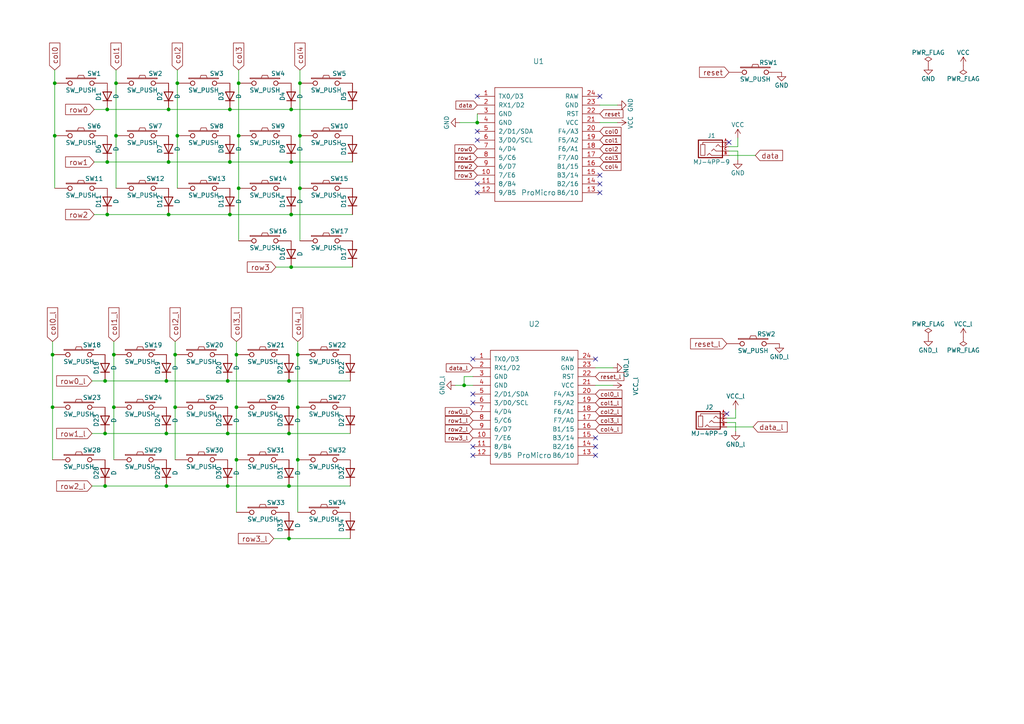
<source format=kicad_sch>
(kicad_sch (version 20231120) (generator "eeschema") (generator_version "8.0")
  (paper "A4")
  (title_block (title "sweeq mx") (date "2023-07-28") (rev ".1") (company "idank"))
  (lib_symbols
    (symbol "Device:D" (pin_numbers hide) (pin_names (offset 1.016) hide)
      (property "Reference" "D" (at 0 2.54 0))
      (property "Value" "D" (at 0 -2.54 0))
      (symbol "D_0_1"
        (polyline (pts (xy -1.27 1.27) (xy -1.27 -1.27)) (stroke (width 0.254)))
        (polyline (pts (xy 1.27 0) (xy -1.27 0)))
        (polyline (pts (xy 1.27 1.27) (xy 1.27 -1.27) (xy -1.27 0) (xy 1.27 1.27)) (stroke (width 0.254)))
      )
      (symbol "D_1_1"
        (pin passive line (at -3.81 0 0) (length 2.54) (name "K") (number "1"))
        (pin passive line (at 3.81 0 180) (length 2.54) (name "A") (number "2"))
      )
    )
    (symbol "kbd:MJ-4PP-9" (pin_names (offset 1.016))
      (property "Reference" "J" (at 0 3.81 0))
      (property "Value" "MJ-4PP-9" (at 0 -3.81 0))
      (symbol "MJ-4PP-9_0_1"
        (rectangle (start -1.905 -1.905) (end -3.175 1.27))
        (polyline (pts (xy -2.54 1.27) (xy -2.54 1.905) (xy 3.175 1.905)))
        (polyline (pts (xy -1.27 -1.905) (xy -0.635 -1.27) (xy 0 -1.905) (xy 3.175 -1.905)))
        (polyline (pts (xy 0 -0.635) (xy 0.635 0) (xy 1.27 -0.635) (xy 3.175 -0.635)))
        (polyline (pts (xy 1.27 0.635) (xy 1.905 1.27) (xy 2.54 0.635) (xy 3.175 0.635)))
        (rectangle (start 3.175 2.54) (end -3.81 -2.54) (stroke (width 0.3048)))
      )
      (symbol "MJ-4PP-9_1_1"
        (pin input line (at 5.08 1.905 180) (length 2.0066) (name "~") (number "A"))
        (pin input line (at 5.08 -1.905 180) (length 2.0066) (name "~") (number "B"))
        (pin input line (at 5.08 -0.635 180) (length 2.0066) (name "~") (number "C"))
        (pin input line (at 5.08 0.635 180) (length 2.0066) (name "~") (number "D"))
      )
    )
    (symbol "kbd:ProMicro" (pin_names (offset 1.016))
      (property "Reference" "U" (at 0 19.05 0))
      (property "Value" "ProMicro" (at 0 -19.05 0))
      (symbol "ProMicro_0_1"
        (rectangle (start -12.7 16.51) (end 12.7 -16.51))
      )
      (symbol "ProMicro_1_1"
        (pin bidirectional line (at -17.78 13.97 0) (length 5.08) (name "TX0/D3") (number "1"))
        (pin bidirectional line (at -17.78 -8.89 0) (length 5.08) (name "7/E6") (number "10"))
        (pin bidirectional line (at -17.78 -11.43 0) (length 5.08) (name "8/B4") (number "11"))
        (pin bidirectional line (at -17.78 -13.97 0) (length 5.08) (name "9/B5") (number "12"))
        (pin bidirectional line (at 17.78 -13.97 180) (length 5.08) (name "B6/10") (number "13"))
        (pin bidirectional line (at 17.78 -11.43 180) (length 5.08) (name "B2/16") (number "14"))
        (pin bidirectional line (at 17.78 -8.89 180) (length 5.08) (name "B3/14") (number "15"))
        (pin bidirectional line (at 17.78 -6.35 180) (length 5.08) (name "B1/15") (number "16"))
        (pin bidirectional line (at 17.78 -3.81 180) (length 5.08) (name "F7/A0") (number "17"))
        (pin bidirectional line (at 17.78 -1.27 180) (length 5.08) (name "F6/A1") (number "18"))
        (pin bidirectional line (at 17.78 1.27 180) (length 5.08) (name "F5/A2") (number "19"))
        (pin bidirectional line (at -17.78 11.43 0) (length 5.08) (name "RX1/D2") (number "2"))
        (pin bidirectional line (at 17.78 3.81 180) (length 5.08) (name "F4/A3") (number "20"))
        (pin power_in line (at 17.78 6.35 180) (length 5.08) (name "VCC") (number "21"))
        (pin input line (at 17.78 8.89 180) (length 5.08) (name "RST") (number "22"))
        (pin power_in line (at 17.78 11.43 180) (length 5.08) (name "GND") (number "23"))
        (pin power_out line (at 17.78 13.97 180) (length 5.08) (name "RAW") (number "24"))
        (pin power_in line (at -17.78 8.89 0) (length 5.08) (name "GND") (number "3"))
        (pin power_in line (at -17.78 6.35 0) (length 5.08) (name "GND") (number "4"))
        (pin bidirectional line (at -17.78 3.81 0) (length 5.08) (name "2/D1/SDA") (number "5"))
        (pin bidirectional line (at -17.78 1.27 0) (length 5.08) (name "3/D0/SCL") (number "6"))
        (pin bidirectional line (at -17.78 -1.27 0) (length 5.08) (name "4/D4") (number "7"))
        (pin bidirectional line (at -17.78 -3.81 0) (length 5.08) (name "5/C6") (number "8"))
        (pin bidirectional line (at -17.78 -6.35 0) (length 5.08) (name "6/D7") (number "9"))
      )
    )
    (symbol "kbd:SW_PUSH" (pin_numbers hide) (pin_names (offset 1.016) hide)
      (property "Reference" "SW" (at 3.81 2.794 0))
      (property "Value" "SW_PUSH" (at 0 -2.032 0))
      (symbol "SW_PUSH_0_1"
        (rectangle (start -4.318 1.27) (end 4.318 1.524))
        (polyline (pts (xy -1.016 1.524) (xy -0.762 2.286) (xy 0.762 2.286) (xy 1.016 1.524)))
        (pin passive inverted (at -7.62 0 0) (length 5.08) (name "1") (number "1"))
        (pin passive inverted (at 7.62 0 180) (length 5.08) (name "2") (number "2"))
      )
    )
    (symbol "power:GND" (power) (pin_names (offset 0))
      (property "Value" "GND" (at 0 -3.81 0))
      (symbol "GND_0_1"
        (polyline (pts (xy 0 0) (xy 0 -1.27) (xy 1.27 -1.27) (xy 0 -2.54) (xy -1.27 -1.27) (xy 0 -1.27)))
      )
      (symbol "GND_1_1"
        (pin power_in line (at 0 0 270) (length 0) hide (name "GND") (number "1"))
      )
    )
    (symbol "power:PWR_FLAG" (power) (pin_numbers hide) (pin_names (offset 0) hide)
      (property "Value" "PWR_FLAG" (at 0 3.81 0))
      (symbol "PWR_FLAG_0_0"
        (pin power_out line (at 0 0 90) (length 0) (name "pwr") (number "1"))
      )
      (symbol "PWR_FLAG_0_1"
        (polyline (pts (xy 0 0) (xy 0 1.27) (xy -1.016 1.905) (xy 0 2.54) (xy 1.016 1.905) (xy 0 1.27)))
      )
    )
    (symbol "power:VCC" (power) (pin_names (offset 0))
      (property "Value" "VCC" (at 0 3.81 0))
      (symbol "VCC_0_1"
        (polyline (pts (xy -0.762 1.27) (xy 0 2.54)))
        (polyline (pts (xy 0 0) (xy 0 2.54)))
        (polyline (pts (xy 0 2.54) (xy 0.762 1.27)))
      )
      (symbol "VCC_1_1"
        (pin power_in line (at 0 0 90) (length 0) hide (name "VCC") (number "1"))
      )
    )
  )
  (junction (at 86.36 102.87))
  (junction (at 48.895 31.75))
  (junction (at 48.895 62.23))
  (junction (at 84.455 77.47))
  (junction (at 15.24 102.87))
  (junction (at 33.655 39.37))
  (junction (at 15.875 39.37))
  (junction (at 15.875 24.13))
  (junction (at 69.215 54.61))
  (junction (at 48.26 125.73))
  (junction (at 15.24 118.11))
  (junction (at 83.82 125.73))
  (junction (at 31.115 46.99))
  (junction (at 50.8 102.87))
  (junction (at 86.36 133.35))
  (junction (at 30.48 140.97))
  (junction (at 86.36 118.11))
  (junction (at 33.655 24.13))
  (junction (at 48.26 140.97))
  (junction (at 30.48 125.73))
  (junction (at 138.43 35.56))
  (junction (at 83.82 156.21))
  (junction (at 51.435 39.37))
  (junction (at 83.82 110.49))
  (junction (at 84.455 31.75))
  (junction (at 86.995 24.13))
  (junction (at 84.455 62.23))
  (junction (at 33.02 118.11))
  (junction (at 69.215 24.13))
  (junction (at 68.58 133.35))
  (junction (at 134.62 111.76))
  (junction (at 66.675 62.23))
  (junction (at 83.82 140.97))
  (junction (at 84.455 46.99))
  (junction (at 66.675 46.99))
  (junction (at 31.115 31.75))
  (junction (at 69.215 39.37))
  (junction (at 66.04 125.73))
  (junction (at 68.58 118.11))
  (junction (at 66.04 140.97))
  (junction (at 68.58 102.87))
  (junction (at 30.48 110.49))
  (junction (at 51.435 24.13))
  (junction (at 50.8 118.11))
  (junction (at 48.26 110.49))
  (junction (at 86.995 54.61))
  (junction (at 66.04 110.49))
  (junction (at 31.115 62.23))
  (junction (at 66.675 31.75))
  (junction (at 86.995 39.37))
  (junction (at 48.895 46.99))
  (junction (at 33.02 102.87))
  (no_connect (at 172.72 127))
  (no_connect (at 137.16 132.08))
  (no_connect (at 137.16 116.84))
  (no_connect (at 137.16 104.14))
  (no_connect (at 173.99 50.8))
  (no_connect (at 172.72 132.08))
  (no_connect (at 138.43 40.64))
  (no_connect (at 138.43 27.94))
  (no_connect (at 211.455 41.275))
  (no_connect (at 138.43 55.88))
  (no_connect (at 172.72 104.14))
  (no_connect (at 172.72 129.54))
  (no_connect (at 173.99 53.34))
  (no_connect (at 210.82 120.015))
  (no_connect (at 138.43 38.1))
  (no_connect (at 137.16 129.54))
  (no_connect (at 137.16 114.3))
  (no_connect (at 173.99 55.88))
  (no_connect (at 138.43 53.34))
  (no_connect (at 173.99 27.94))
  (wire (pts (xy 86.36 133.35) (xy 86.36 148.59)))
  (wire (pts (xy 86.995 39.37) (xy 86.995 54.61)))
  (wire (pts (xy 15.875 20.32) (xy 15.875 24.13)))
  (wire (pts (xy 83.82 125.73) (xy 101.6 125.73)))
  (wire (pts (xy 173.99 35.56) (xy 179.07 35.56)))
  (wire (pts (xy 27.305 62.23) (xy 31.115 62.23)))
  (wire (pts (xy 68.58 99.06) (xy 68.58 102.87)))
  (wire (pts (xy 66.675 31.75) (xy 84.455 31.75)))
  (wire (pts (xy 69.215 24.13) (xy 69.215 39.37)))
  (wire (pts (xy 84.455 62.23) (xy 102.235 62.23)))
  (wire (pts (xy 133.35 35.56) (xy 138.43 35.56)))
  (wire (pts (xy 48.26 140.97) (xy 66.04 140.97)))
  (wire (pts (xy 138.43 33.02) (xy 138.43 35.56)))
  (wire (pts (xy 33.655 24.13) (xy 33.655 39.37)))
  (wire (pts (xy 213.36 121.285) (xy 213.36 118.745)))
  (wire (pts (xy 213.36 122.555) (xy 213.36 125.095)))
  (wire (pts (xy 66.675 46.99) (xy 84.455 46.99)))
  (wire (pts (xy 134.62 109.22) (xy 137.16 109.22)))
  (wire (pts (xy 69.215 54.61) (xy 69.215 69.85)))
  (wire (pts (xy 48.895 62.23) (xy 66.675 62.23)))
  (wire (pts (xy 86.995 20.32) (xy 86.995 24.13)))
  (wire (pts (xy 132.08 111.76) (xy 134.62 111.76)))
  (wire (pts (xy 51.435 20.32) (xy 51.435 24.13)))
  (wire (pts (xy 172.72 111.76) (xy 177.8 111.76)))
  (wire (pts (xy 86.36 118.11) (xy 86.36 133.35)))
  (wire (pts (xy 80.01 77.47) (xy 84.455 77.47)))
  (wire (pts (xy 86.36 102.87) (xy 86.36 118.11)))
  (wire (pts (xy 30.48 125.73) (xy 48.26 125.73)))
  (wire (pts (xy 26.67 140.97) (xy 30.48 140.97)))
  (wire (pts (xy 31.115 31.75) (xy 48.895 31.75)))
  (wire (pts (xy 15.875 39.37) (xy 15.875 54.61)))
  (wire (pts (xy 84.455 31.75) (xy 102.235 31.75)))
  (wire (pts (xy 210.82 121.285) (xy 213.36 121.285)))
  (wire (pts (xy 31.115 62.23) (xy 48.895 62.23)))
  (wire (pts (xy 48.26 110.49) (xy 66.04 110.49)))
  (wire (pts (xy 66.04 110.49) (xy 83.82 110.49)))
  (wire (pts (xy 27.305 31.75) (xy 31.115 31.75)))
  (wire (pts (xy 66.04 125.73) (xy 83.82 125.73)))
  (wire (pts (xy 68.58 118.11) (xy 68.58 133.35)))
  (wire (pts (xy 213.995 43.815) (xy 213.995 46.355)))
  (wire (pts (xy 134.62 111.76) (xy 137.16 111.76)))
  (wire (pts (xy 83.82 110.49) (xy 101.6 110.49)))
  (wire (pts (xy 26.67 125.73) (xy 30.48 125.73)))
  (wire (pts (xy 210.82 122.555) (xy 213.36 122.555)))
  (wire (pts (xy 50.8 118.11) (xy 50.8 133.35)))
  (wire (pts (xy 66.04 140.97) (xy 83.82 140.97)))
  (wire (pts (xy 211.455 45.085) (xy 219.075 45.085)))
  (wire (pts (xy 27.305 46.99) (xy 31.115 46.99)))
  (wire (pts (xy 50.8 99.06) (xy 50.8 102.87)))
  (wire (pts (xy 15.24 118.11) (xy 15.24 133.35)))
  (wire (pts (xy 172.72 106.68) (xy 177.8 106.68)))
  (wire (pts (xy 68.58 102.87) (xy 68.58 118.11)))
  (wire (pts (xy 33.655 20.32) (xy 33.655 24.13)))
  (wire (pts (xy 33.655 39.37) (xy 33.655 54.61)))
  (wire (pts (xy 48.26 125.73) (xy 66.04 125.73)))
  (wire (pts (xy 79.375 156.21) (xy 83.82 156.21)))
  (wire (pts (xy 213.995 42.545) (xy 213.995 40.005)))
  (wire (pts (xy 33.02 99.06) (xy 33.02 102.87)))
  (wire (pts (xy 86.995 54.61) (xy 86.995 69.85)))
  (wire (pts (xy 15.875 24.13) (xy 15.875 39.37)))
  (wire (pts (xy 15.24 102.87) (xy 15.24 118.11)))
  (wire (pts (xy 15.24 99.06) (xy 15.24 102.87)))
  (wire (pts (xy 84.455 46.99) (xy 102.235 46.99)))
  (wire (pts (xy 173.99 30.48) (xy 179.07 30.48)))
  (wire (pts (xy 83.82 140.97) (xy 101.6 140.97)))
  (wire (pts (xy 211.455 43.815) (xy 213.995 43.815)))
  (wire (pts (xy 33.02 118.11) (xy 33.02 133.35)))
  (wire (pts (xy 33.02 102.87) (xy 33.02 118.11)))
  (wire (pts (xy 30.48 140.97) (xy 48.26 140.97)))
  (wire (pts (xy 50.8 102.87) (xy 50.8 118.11)))
  (wire (pts (xy 51.435 24.13) (xy 51.435 39.37)))
  (wire (pts (xy 83.82 156.21) (xy 101.6 156.21)))
  (wire (pts (xy 66.675 62.23) (xy 84.455 62.23)))
  (wire (pts (xy 84.455 77.47) (xy 102.235 77.47)))
  (wire (pts (xy 68.58 133.35) (xy 68.58 148.59)))
  (wire (pts (xy 86.995 24.13) (xy 86.995 39.37)))
  (wire (pts (xy 26.67 110.49) (xy 30.48 110.49)))
  (wire (pts (xy 69.215 39.37) (xy 69.215 54.61)))
  (wire (pts (xy 48.895 31.75) (xy 66.675 31.75)))
  (wire (pts (xy 48.895 46.99) (xy 66.675 46.99)))
  (wire (pts (xy 86.36 99.06) (xy 86.36 102.87)))
  (wire (pts (xy 51.435 39.37) (xy 51.435 54.61)))
  (wire (pts (xy 69.215 20.32) (xy 69.215 24.13)))
  (wire (pts (xy 211.455 42.545) (xy 213.995 42.545)))
  (wire (pts (xy 210.82 123.825) (xy 218.44 123.825)))
  (wire (pts (xy 30.48 110.49) (xy 48.26 110.49)))
  (wire (pts (xy 134.62 109.22) (xy 134.62 111.76)))
  (wire (pts (xy 31.115 46.99) (xy 48.895 46.99)))
  (global_label "row2" (shape input) (at 27.305 62.23 180) (effects (font (size 1.524 1.524))) (property "Intersheetrefs" "${INTERSHEET_REFS}" (effects (hide yes))))
  (global_label "row2" (shape input) (at 138.43 48.26 180) (effects (font (size 1.1938 1.1938))) (property "Intersheetrefs" "${INTERSHEET_REFS}" (effects (hide yes))))
  (global_label "col4" (shape input) (at 173.99 48.26 0) (effects (font (size 1.1938 1.1938))) (property "Intersheetrefs" "${INTERSHEET_REFS}" (effects (hide yes))))
  (global_label "row2_l" (shape input) (at 137.16 124.46 180) (effects (font (size 1.1938 1.1938))) (property "Intersheetrefs" "${INTERSHEET_REFS}" (effects (hide yes))))
  (global_label "row2_l" (shape input) (at 26.67 140.97 180) (effects (font (size 1.524 1.524))) (property "Intersheetrefs" "${INTERSHEET_REFS}" (effects (hide yes))))
  (global_label "row1_l" (shape input) (at 137.16 121.92 180) (effects (font (size 1.1938 1.1938))) (property "Intersheetrefs" "${INTERSHEET_REFS}" (effects (hide yes))))
  (global_label "row3_l" (shape input) (at 137.16 127 180) (effects (font (size 1.1938 1.1938))) (property "Intersheetrefs" "${INTERSHEET_REFS}" (effects (hide yes))))
  (global_label "data_l" (shape input) (at 137.16 106.68 180) (effects (font (size 1.1938 1.1938))) (property "Intersheetrefs" "${INTERSHEET_REFS}" (effects (hide yes))))
  (global_label "col4_l" (shape input) (at 172.72 124.46 0) (effects (font (size 1.1938 1.1938))) (property "Intersheetrefs" "${INTERSHEET_REFS}" (effects (hide yes))))
  (global_label "col1" (shape input) (at 33.655 20.32 90) (effects (font (size 1.524 1.524))) (property "Intersheetrefs" "${INTERSHEET_REFS}" (effects (hide yes))))
  (global_label "data_l" (shape input) (at 218.44 123.825 0) (effects (font (size 1.524 1.524))) (property "Intersheetrefs" "${INTERSHEET_REFS}" (effects (hide yes))))
  (global_label "data" (shape input) (at 219.075 45.085 0) (effects (font (size 1.524 1.524))) (property "Intersheetrefs" "${INTERSHEET_REFS}" (effects (hide yes))))
  (global_label "col3" (shape input) (at 173.99 45.72 0) (effects (font (size 1.1938 1.1938))) (property "Intersheetrefs" "${INTERSHEET_REFS}" (effects (hide yes))))
  (global_label "reset_l" (shape input) (at 172.72 109.22 0) (effects (font (size 1.1938 1.1938))) (property "Intersheetrefs" "${INTERSHEET_REFS}" (effects (hide yes))))
  (global_label "reset_l" (shape input) (at 210.82 99.695 180) (effects (font (size 1.524 1.524))) (property "Intersheetrefs" "${INTERSHEET_REFS}" (effects (hide yes))))
  (global_label "col0_l" (shape input) (at 15.24 99.06 90) (effects (font (size 1.524 1.524))) (property "Intersheetrefs" "${INTERSHEET_REFS}" (effects (hide yes))))
  (global_label "col0_l" (shape input) (at 172.72 114.3 0) (effects (font (size 1.1938 1.1938))) (property "Intersheetrefs" "${INTERSHEET_REFS}" (effects (hide yes))))
  (global_label "row3" (shape input) (at 138.43 50.8 180) (effects (font (size 1.1938 1.1938))) (property "Intersheetrefs" "${INTERSHEET_REFS}" (effects (hide yes))))
  (global_label "row3" (shape input) (at 80.01 77.47 180) (effects (font (size 1.524 1.524))) (property "Intersheetrefs" "${INTERSHEET_REFS}" (effects (hide yes))))
  (global_label "col3_l" (shape input) (at 68.58 99.06 90) (effects (font (size 1.524 1.524))) (property "Intersheetrefs" "${INTERSHEET_REFS}" (effects (hide yes))))
  (global_label "col1_l" (shape input) (at 33.02 99.06 90) (effects (font (size 1.524 1.524))) (property "Intersheetrefs" "${INTERSHEET_REFS}" (effects (hide yes))))
  (global_label "col4_l" (shape input) (at 86.36 99.06 90) (effects (font (size 1.524 1.524))) (property "Intersheetrefs" "${INTERSHEET_REFS}" (effects (hide yes))))
  (global_label "col0" (shape input) (at 15.875 20.32 90) (effects (font (size 1.524 1.524))) (property "Intersheetrefs" "${INTERSHEET_REFS}" (effects (hide yes))))
  (global_label "row1" (shape input) (at 27.305 46.99 180) (effects (font (size 1.524 1.524))) (property "Intersheetrefs" "${INTERSHEET_REFS}" (effects (hide yes))))
  (global_label "reset" (shape input) (at 211.455 20.955 180) (effects (font (size 1.524 1.524))) (property "Intersheetrefs" "${INTERSHEET_REFS}" (effects (hide yes))))
  (global_label "row1_l" (shape input) (at 26.67 125.73 180) (effects (font (size 1.524 1.524))) (property "Intersheetrefs" "${INTERSHEET_REFS}" (effects (hide yes))))
  (global_label "col0" (shape input) (at 173.99 38.1 0) (effects (font (size 1.1938 1.1938))) (property "Intersheetrefs" "${INTERSHEET_REFS}" (effects (hide yes))))
  (global_label "col2_l" (shape input) (at 50.8 99.06 90) (effects (font (size 1.524 1.524))) (property "Intersheetrefs" "${INTERSHEET_REFS}" (effects (hide yes))))
  (global_label "col4" (shape input) (at 86.995 20.32 90) (effects (font (size 1.524 1.524))) (property "Intersheetrefs" "${INTERSHEET_REFS}" (effects (hide yes))))
  (global_label "col2" (shape input) (at 173.99 43.18 0) (effects (font (size 1.1938 1.1938))) (property "Intersheetrefs" "${INTERSHEET_REFS}" (effects (hide yes))))
  (global_label "col2_l" (shape input) (at 172.72 119.38 0) (effects (font (size 1.1938 1.1938))) (property "Intersheetrefs" "${INTERSHEET_REFS}" (effects (hide yes))))
  (global_label "row0" (shape input) (at 138.43 43.18 180) (effects (font (size 1.1938 1.1938))) (property "Intersheetrefs" "${INTERSHEET_REFS}" (effects (hide yes))))
  (global_label "row3_l" (shape input) (at 79.375 156.21 180) (effects (font (size 1.524 1.524))) (property "Intersheetrefs" "${INTERSHEET_REFS}" (effects (hide yes))))
  (global_label "col1_l" (shape input) (at 172.72 116.84 0) (effects (font (size 1.1938 1.1938))) (property "Intersheetrefs" "${INTERSHEET_REFS}" (effects (hide yes))))
  (global_label "reset" (shape input) (at 173.99 33.02 0) (effects (font (size 1.1938 1.1938))) (property "Intersheetrefs" "${INTERSHEET_REFS}" (effects (hide yes))))
  (global_label "row0" (shape input) (at 27.305 31.75 180) (effects (font (size 1.524 1.524))) (property "Intersheetrefs" "${INTERSHEET_REFS}" (effects (hide yes))))
  (global_label "data" (shape input) (at 138.43 30.48 180) (effects (font (size 1.1938 1.1938))) (property "Intersheetrefs" "${INTERSHEET_REFS}" (effects (hide yes))))
  (global_label "row1" (shape input) (at 138.43 45.72 180) (effects (font (size 1.1938 1.1938))) (property "Intersheetrefs" "${INTERSHEET_REFS}" (effects (hide yes))))
  (global_label "col1" (shape input) (at 173.99 40.64 0) (effects (font (size 1.1938 1.1938))) (property "Intersheetrefs" "${INTERSHEET_REFS}" (effects (hide yes))))
  (global_label "col2" (shape input) (at 51.435 20.32 90) (effects (font (size 1.524 1.524))) (property "Intersheetrefs" "${INTERSHEET_REFS}" (effects (hide yes))))
  (global_label "row0_l" (shape input) (at 137.16 119.38 180) (effects (font (size 1.1938 1.1938))) (property "Intersheetrefs" "${INTERSHEET_REFS}" (effects (hide yes))))
  (global_label "col3_l" (shape input) (at 172.72 121.92 0) (effects (font (size 1.1938 1.1938))) (property "Intersheetrefs" "${INTERSHEET_REFS}" (effects (hide yes))))
  (global_label "col3" (shape input) (at 69.215 20.32 90) (effects (font (size 1.524 1.524))) (property "Intersheetrefs" "${INTERSHEET_REFS}" (effects (hide yes))))
  (global_label "row0_l" (shape input) (at 26.67 110.49 180) (effects (font (size 1.524 1.524))) (property "Intersheetrefs" "${INTERSHEET_REFS}" (effects (hide yes))))
  (symbol (lib_id "kbd:ProMicro") (at 156.21 41.91 0) (unit 1)
    (property "Reference" "U1" (at 156.21 17.78 0) (effects (font (size 1.524 1.524))))
    (property "Value" "ProMicro" (at 156.21 55.88 0) (effects (font (size 1.524 1.524))))
    (property "Footprint" "holykeebs:ProMicro_1mm_holes" (effects (hide yes)))
  )
  (symbol (lib_id "kbd:SW_PUSH") (at 41.275 24.13 0) (unit 1)
    (property "Reference" "SW2" (at 45.085 21.336 0))
    (property "Value" "SW_PUSH" (at 41.275 26.162 0))
    (property "Footprint" "PCM_marbastlib-mx:SW_MX_HS_CPG151101S11_1u" (effects (hide yes)))
  )
  (symbol (lib_id "Device:D") (at 48.895 27.94 90) (unit 1)
    (property "Reference" "D2" (at 46.355 27.94 0))
    (property "Value" "D" (at 51.435 27.94 0))
    (property "Footprint" "kbd:D3_SMD_v2" (effects (hide yes)))
  )
  (symbol (lib_id "kbd:SW_PUSH") (at 59.055 24.13 0) (unit 1)
    (property "Reference" "SW3" (at 62.865 21.336 0))
    (property "Value" "SW_PUSH" (at 59.055 26.162 0))
    (property "Footprint" "PCM_marbastlib-mx:SW_MX_HS_CPG151101S11_1u" (effects (hide yes)))
  )
  (symbol (lib_id "Device:D") (at 66.675 27.94 90) (unit 1)
    (property "Reference" "D3" (at 64.135 27.94 0))
    (property "Value" "D" (at 69.215 27.94 0))
    (property "Footprint" "kbd:D3_SMD_v2" (effects (hide yes)))
  )
  (symbol (lib_id "kbd:SW_PUSH") (at 76.835 24.13 0) (unit 1)
    (property "Reference" "SW4" (at 80.645 21.336 0))
    (property "Value" "SW_PUSH" (at 76.835 26.162 0))
    (property "Footprint" "PCM_marbastlib-mx:SW_MX_HS_CPG151101S11_1u" (effects (hide yes)))
  )
  (symbol (lib_id "kbd:SW_PUSH") (at 94.615 24.13 0) (unit 1)
    (property "Reference" "SW5" (at 98.425 21.336 0))
    (property "Value" "SW_PUSH" (at 94.615 26.162 0))
    (property "Footprint" "PCM_marbastlib-mx:SW_MX_HS_CPG151101S11_1u" (effects (hide yes)))
  )
  (symbol (lib_id "Device:D") (at 84.455 27.94 90) (unit 1)
    (property "Reference" "D4" (at 81.915 27.94 0))
    (property "Value" "D" (at 86.995 27.94 0))
    (property "Footprint" "kbd:D3_SMD_v2" (effects (hide yes)))
  )
  (symbol (lib_id "Device:D") (at 102.235 27.94 90) (unit 1)
    (property "Reference" "D5" (at 99.695 27.94 0))
    (property "Value" "D" (effects (hide yes)))
    (property "Footprint" "kbd:D3_SMD_v2" (effects (hide yes)))
  )
  (symbol (lib_id "kbd:SW_PUSH") (at 23.495 24.13 0) (unit 1)
    (property "Reference" "SW1" (at 27.305 21.336 0))
    (property "Value" "SW_PUSH" (at 23.495 26.162 0))
    (property "Footprint" "PCM_marbastlib-mx:SW_MX_HS_CPG151101S11_1u" (effects (hide yes)))
  )
  (symbol (lib_id "Device:D") (at 31.115 27.94 90) (unit 1)
    (property "Reference" "D1" (at 28.575 27.94 0))
    (property "Value" "D" (at 33.655 27.94 0))
    (property "Footprint" "kbd:D3_SMD_v2" (effects (hide yes)))
  )
  (symbol (lib_id "kbd:SW_PUSH") (at 41.275 39.37 0) (unit 1)
    (property "Reference" "SW7" (at 45.085 36.576 0))
    (property "Value" "SW_PUSH" (at 41.275 41.402 0))
    (property "Footprint" "PCM_marbastlib-mx:SW_MX_HS_CPG151101S11_1u" (effects (hide yes)))
  )
  (symbol (lib_id "Device:D") (at 48.895 43.18 90) (unit 1)
    (property "Reference" "D7" (at 46.355 43.18 0))
    (property "Value" "D" (at 51.435 43.18 0))
    (property "Footprint" "kbd:D3_SMD_v2" (effects (hide yes)))
  )
  (symbol (lib_id "kbd:SW_PUSH") (at 59.055 39.37 0) (unit 1)
    (property "Reference" "SW8" (at 62.865 36.576 0))
    (property "Value" "SW_PUSH" (at 59.055 41.402 0))
    (property "Footprint" "PCM_marbastlib-mx:SW_MX_HS_CPG151101S11_1u" (effects (hide yes)))
  )
  (symbol (lib_id "Device:D") (at 66.675 43.18 90) (unit 1)
    (property "Reference" "D8" (at 64.135 43.18 0))
    (property "Value" "D" (at 69.215 43.18 0))
    (property "Footprint" "kbd:D3_SMD_v2" (effects (hide yes)))
  )
  (symbol (lib_id "kbd:SW_PUSH") (at 76.835 39.37 0) (unit 1)
    (property "Reference" "SW9" (at 80.645 36.576 0))
    (property "Value" "SW_PUSH" (at 76.835 41.402 0))
    (property "Footprint" "PCM_marbastlib-mx:SW_MX_HS_CPG151101S11_1u" (effects (hide yes)))
  )
  (symbol (lib_id "kbd:SW_PUSH") (at 94.615 39.37 0) (unit 1)
    (property "Reference" "SW10" (at 98.425 36.576 0))
    (property "Value" "SW_PUSH" (at 94.615 41.402 0))
    (property "Footprint" "PCM_marbastlib-mx:SW_MX_HS_CPG151101S11_1u" (effects (hide yes)))
  )
  (symbol (lib_id "Device:D") (at 84.455 43.18 90) (unit 1)
    (property "Reference" "D9" (at 81.915 43.18 0))
    (property "Value" "D" (at 86.995 43.18 0))
    (property "Footprint" "kbd:D3_SMD_v2" (effects (hide yes)))
  )
  (symbol (lib_id "Device:D") (at 102.235 43.18 90) (unit 1)
    (property "Reference" "D10" (at 99.695 43.18 0))
    (property "Value" "D" (effects (hide yes)))
    (property "Footprint" "kbd:D3_SMD_v2" (effects (hide yes)))
  )
  (symbol (lib_id "kbd:SW_PUSH") (at 23.495 39.37 0) (unit 1)
    (property "Reference" "SW6" (at 27.305 36.576 0))
    (property "Value" "SW_PUSH" (at 23.495 41.402 0))
    (property "Footprint" "PCM_marbastlib-mx:SW_MX_HS_CPG151101S11_1u" (effects (hide yes)))
  )
  (symbol (lib_id "Device:D") (at 31.115 43.18 90) (unit 1)
    (property "Reference" "D6" (at 28.575 43.18 0))
    (property "Value" "D" (at 33.655 43.18 0))
    (property "Footprint" "kbd:D3_SMD_v2" (effects (hide yes)))
  )
  (symbol (lib_id "kbd:SW_PUSH") (at 41.275 54.61 0) (unit 1)
    (property "Reference" "SW12" (at 45.085 51.816 0))
    (property "Value" "SW_PUSH" (at 41.275 56.642 0))
    (property "Footprint" "PCM_marbastlib-mx:SW_MX_HS_CPG151101S11_1u" (effects (hide yes)))
  )
  (symbol (lib_id "Device:D") (at 48.895 58.42 90) (unit 1)
    (property "Reference" "D12" (at 46.355 58.42 0))
    (property "Value" "D" (at 51.435 58.42 0))
    (property "Footprint" "kbd:D3_SMD_v2" (effects (hide yes)))
  )
  (symbol (lib_id "kbd:SW_PUSH") (at 59.055 54.61 0) (unit 1)
    (property "Reference" "SW13" (at 62.865 51.816 0))
    (property "Value" "SW_PUSH" (at 59.055 56.642 0))
    (property "Footprint" "PCM_marbastlib-mx:SW_MX_HS_CPG151101S11_1u" (effects (hide yes)))
  )
  (symbol (lib_id "Device:D") (at 66.675 58.42 90) (unit 1)
    (property "Reference" "D13" (at 64.135 58.42 0))
    (property "Value" "D" (at 69.215 58.42 0))
    (property "Footprint" "kbd:D3_SMD_v2" (effects (hide yes)))
  )
  (symbol (lib_id "kbd:SW_PUSH") (at 76.835 54.61 0) (unit 1)
    (property "Reference" "SW14" (at 80.645 51.816 0))
    (property "Value" "SW_PUSH" (at 76.835 56.642 0))
    (property "Footprint" "PCM_marbastlib-mx:SW_MX_HS_CPG151101S11_1u" (effects (hide yes)))
  )
  (symbol (lib_id "kbd:SW_PUSH") (at 94.615 54.61 0) (unit 1)
    (property "Reference" "SW15" (at 98.425 51.816 0))
    (property "Value" "SW_PUSH" (at 94.615 56.642 0))
    (property "Footprint" "PCM_marbastlib-mx:SW_MX_HS_CPG151101S11_1u" (effects (hide yes)))
  )
  (symbol (lib_id "Device:D") (at 84.455 58.42 90) (unit 1)
    (property "Reference" "D14" (at 81.915 58.42 0))
    (property "Value" "D" (at 86.995 58.42 0))
    (property "Footprint" "kbd:D3_SMD_v2" (effects (hide yes)))
  )
  (symbol (lib_id "Device:D") (at 102.235 58.42 90) (unit 1)
    (property "Reference" "D15" (at 99.695 58.42 0))
    (property "Value" "D" (effects (hide yes)))
    (property "Footprint" "kbd:D3_SMD_v2" (effects (hide yes)))
  )
  (symbol (lib_id "kbd:SW_PUSH") (at 23.495 54.61 0) (unit 1)
    (property "Reference" "SW11" (at 27.305 51.816 0))
    (property "Value" "SW_PUSH" (at 23.495 56.642 0))
    (property "Footprint" "PCM_marbastlib-mx:SW_MX_HS_CPG151101S11_1u" (effects (hide yes)))
  )
  (symbol (lib_id "Device:D") (at 31.115 58.42 90) (unit 1)
    (property "Reference" "D11" (at 28.575 58.42 0))
    (property "Value" "D" (at 33.655 58.42 0))
    (property "Footprint" "kbd:D3_SMD_v2" (effects (hide yes)))
  )
  (symbol (lib_id "kbd:SW_PUSH") (at 94.615 69.85 0) (unit 1)
    (property "Reference" "SW17" (at 98.425 67.056 0))
    (property "Value" "SW_PUSH" (at 94.615 71.882 0))
    (property "Footprint" "PCM_marbastlib-mx:SW_MX_HS_CPG151101S11_1u" (effects (hide yes)))
  )
  (symbol (lib_id "Device:D") (at 102.235 73.66 90) (unit 1)
    (property "Reference" "D17" (at 99.695 73.66 0))
    (property "Value" "D" (effects (hide yes)))
    (property "Footprint" "kbd:D3_SMD_v2" (effects (hide yes)))
  )
  (symbol (lib_id "kbd:SW_PUSH") (at 76.835 69.85 0) (unit 1)
    (property "Reference" "SW16" (at 80.645 67.056 0))
    (property "Value" "SW_PUSH" (at 76.835 71.882 0))
    (property "Footprint" "PCM_marbastlib-mx:SW_MX_HS_CPG151101S11_1u" (effects (hide yes)))
  )
  (symbol (lib_id "Device:D") (at 84.455 73.66 90) (unit 1)
    (property "Reference" "D16" (at 81.915 73.66 0))
    (property "Value" "D" (at 86.995 73.66 0))
    (property "Footprint" "kbd:D3_SMD_v2" (effects (hide yes)))
  )
  (symbol (lib_id "power:GND") (at 179.07 30.48 90) (unit 1)
    (property "Reference" "#PWR03" (effects (hide yes)))
    (property "Value" "GND" (at 182.88 30.48 0))
  )
  (symbol (lib_id "power:VCC") (at 179.07 35.56 270) (unit 1)
    (property "Reference" "#PWR05" (effects (hide yes)))
    (property "Value" "VCC" (at 182.88 35.56 0))
  )
  (symbol (lib_id "power:GND") (at 133.35 35.56 270) (unit 1)
    (property "Reference" "#PWR04" (effects (hide yes)))
    (property "Value" "GND" (at 129.54 35.56 0))
  )
  (symbol (lib_id "power:GND") (at 269.24 19.05 0) (unit 1)
    (property "Reference" "#PWR01" (effects (hide yes)))
    (property "Value" "GND" (at 269.24 22.86 0))
  )
  (symbol (lib_id "power:VCC") (at 279.4 19.05 0) (unit 1)
    (property "Reference" "#PWR02" (effects (hide yes)))
    (property "Value" "VCC" (at 279.4 15.24 0))
  )
  (symbol (lib_id "power:PWR_FLAG") (at 279.4 19.05 180) (unit 1)
    (property "Reference" "#FLG02" (effects (hide yes)))
    (property "Value" "PWR_FLAG" (at 279.4 22.86 0))
  )
  (symbol (lib_id "power:PWR_FLAG") (at 269.24 19.05 0) (unit 1)
    (property "Reference" "#FLG01" (effects (hide yes)))
    (property "Value" "PWR_FLAG" (at 269.24 15.24 0))
  )
  (symbol (lib_id "kbd:SW_PUSH") (at 219.075 20.955 0) (unit 1)
    (property "Reference" "RSW1" (at 222.885 18.161 0))
    (property "Value" "SW_PUSH" (at 219.075 22.987 0))
    (property "Footprint" "holykeebs:RSW_2PIN_SMD" (effects (hide yes)))
  )
  (symbol (lib_id "power:GND") (at 226.695 20.955 0) (unit 1)
    (property "Reference" "#PWR07" (effects (hide yes)))
    (property "Value" "GND" (at 226.695 24.765 0))
  )
  (symbol (lib_id "power:VCC") (at 213.995 40.005 0) (unit 1)
    (property "Reference" "#PWR06" (effects (hide yes)))
    (property "Value" "VCC" (at 213.995 36.195 0))
  )
  (symbol (lib_id "power:GND") (at 213.995 46.355 0) (unit 1)
    (property "Reference" "#PWR08" (effects (hide yes)))
    (property "Value" "GND" (at 213.995 50.165 0))
  )
  (symbol (lib_id "kbd:MJ-4PP-9") (at 206.375 43.18 0) (unit 1)
    (property "Reference" "J1" (at 206.375 39.37 0))
    (property "Value" "MJ-4PP-9" (at 206.375 46.99 0))
    (property "Footprint" "kbd:MJ-4PP-9_1side" (effects (hide yes)))
  )
  (symbol (lib_id "kbd:SW_PUSH") (at 76.2 148.59 0) (unit 1)
    (property "Reference" "SW33" (at 80.01 145.796 0))
    (property "Value" "SW_PUSH" (at 76.2 150.622 0))
    (property "Footprint" "PCM_marbastlib-mx:SW_MX_HS_CPG151101S11_1u" (effects (hide yes)))
  )
  (symbol (lib_id "kbd:SW_PUSH") (at 76.2 133.35 0) (unit 1)
    (property "Reference" "SW31" (at 80.01 130.556 0))
    (property "Value" "SW_PUSH" (at 76.2 135.382 0))
    (property "Footprint" "PCM_marbastlib-mx:SW_MX_HS_CPG151101S11_1u" (effects (hide yes)))
  )
  (symbol (lib_id "Device:D") (at 101.6 137.16 90) (unit 1)
    (property "Reference" "D32" (at 99.06 137.16 0))
    (property "Value" "D" (effects (hide yes)))
    (property "Footprint" "kbd:D3_SMD_v2" (effects (hide yes)))
  )
  (symbol (lib_id "power:VCC") (at 213.36 118.745 0) (unit 1)
    (property "Reference" "#PWR012" (effects (hide yes)))
    (property "Value" "VCC_l" (at 213.36 114.935 0))
  )
  (symbol (lib_id "kbd:SW_PUSH") (at 58.42 102.87 0) (unit 1)
    (property "Reference" "SW20" (at 62.23 100.076 0))
    (property "Value" "SW_PUSH" (at 58.42 104.902 0))
    (property "Footprint" "PCM_marbastlib-mx:SW_MX_HS_CPG151101S11_1u" (effects (hide yes)))
  )
  (symbol (lib_id "Device:D") (at 101.6 106.68 90) (unit 1)
    (property "Reference" "D22" (at 99.06 106.68 0))
    (property "Value" "D" (effects (hide yes)))
    (property "Footprint" "kbd:D3_SMD_v2" (effects (hide yes)))
  )
  (symbol (lib_id "Device:D") (at 83.82 137.16 90) (unit 1)
    (property "Reference" "D31" (at 81.28 137.16 0))
    (property "Value" "D" (at 86.36 137.16 0))
    (property "Footprint" "kbd:D3_SMD_v2" (effects (hide yes)))
  )
  (symbol (lib_id "kbd:SW_PUSH") (at 58.42 118.11 0) (unit 1)
    (property "Reference" "SW25" (at 62.23 115.316 0))
    (property "Value" "SW_PUSH" (at 58.42 120.142 0))
    (property "Footprint" "PCM_marbastlib-mx:SW_MX_HS_CPG151101S11_1u" (effects (hide yes)))
  )
  (symbol (lib_id "kbd:SW_PUSH") (at 76.2 118.11 0) (unit 1)
    (property "Reference" "SW26" (at 80.01 115.316 0))
    (property "Value" "SW_PUSH" (at 76.2 120.142 0))
    (property "Footprint" "PCM_marbastlib-mx:SW_MX_HS_CPG151101S11_1u" (effects (hide yes)))
  )
  (symbol (lib_id "power:PWR_FLAG") (at 279.4 97.79 180) (unit 1)
    (property "Reference" "#FLG04" (effects (hide yes)))
    (property "Value" "PWR_FLAG" (at 279.4 101.6 0))
  )
  (symbol (lib_id "Device:D") (at 83.82 106.68 90) (unit 1)
    (property "Reference" "D21" (at 81.28 106.68 0))
    (property "Value" "D" (at 86.36 106.68 0))
    (property "Footprint" "kbd:D3_SMD_v2" (effects (hide yes)))
  )
  (symbol (lib_id "kbd:ProMicro") (at 154.94 118.11 0) (unit 1)
    (property "Reference" "U2" (at 154.94 93.98 0) (effects (font (size 1.524 1.524))))
    (property "Value" "ProMicro" (at 154.94 132.08 0) (effects (font (size 1.524 1.524))))
    (property "Footprint" "holykeebs:ProMicro_1mm_holes" (effects (hide yes)))
  )
  (symbol (lib_id "power:GND") (at 132.08 111.76 270) (unit 1)
    (property "Reference" "#PWR09" (effects (hide yes)))
    (property "Value" "GND_l" (at 128.27 111.76 0))
  )
  (symbol (lib_id "Device:D") (at 101.6 152.4 90) (unit 1)
    (property "Reference" "D34" (at 99.06 152.4 0))
    (property "Value" "D" (effects (hide yes)))
    (property "Footprint" "kbd:D3_SMD_v2" (effects (hide yes)))
  )
  (symbol (lib_id "Device:D") (at 66.04 106.68 90) (unit 1)
    (property "Reference" "D20" (at 63.5 106.68 0))
    (property "Value" "D" (at 68.58 106.68 0))
    (property "Footprint" "kbd:D3_SMD_v2" (effects (hide yes)))
  )
  (symbol (lib_id "power:GND") (at 226.06 99.695 0) (unit 1)
    (property "Reference" "#PWR014" (effects (hide yes)))
    (property "Value" "GND_l" (at 226.06 103.505 0))
  )
  (symbol (lib_id "kbd:MJ-4PP-9") (at 205.74 121.92 0) (unit 1)
    (property "Reference" "J2" (at 205.74 118.11 0))
    (property "Value" "MJ-4PP-9" (at 205.74 125.73 0))
    (property "Footprint" "kbd:MJ-4PP-9_1side" (effects (hide yes)))
  )
  (symbol (lib_id "kbd:SW_PUSH") (at 40.64 102.87 0) (unit 1)
    (property "Reference" "SW19" (at 44.45 100.076 0))
    (property "Value" "SW_PUSH" (at 40.64 104.902 0))
    (property "Footprint" "PCM_marbastlib-mx:SW_MX_HS_CPG151101S11_1u" (effects (hide yes)))
  )
  (symbol (lib_id "Device:D") (at 30.48 137.16 90) (unit 1)
    (property "Reference" "D28" (at 27.94 137.16 0))
    (property "Value" "D" (at 33.02 137.16 0))
    (property "Footprint" "kbd:D3_SMD_v2" (effects (hide yes)))
  )
  (symbol (lib_id "power:VCC") (at 177.8 111.76 270) (unit 1)
    (property "Reference" "#PWR011" (effects (hide yes)))
    (property "Value" "VCC_l" (at 184.404 112.014 0))
  )
  (symbol (lib_id "kbd:SW_PUSH") (at 22.86 133.35 0) (unit 1)
    (property "Reference" "SW28" (at 26.67 130.556 0))
    (property "Value" "SW_PUSH" (at 22.86 135.382 0))
    (property "Footprint" "PCM_marbastlib-mx:SW_MX_HS_CPG151101S11_1u" (effects (hide yes)))
  )
  (symbol (lib_id "kbd:SW_PUSH") (at 40.64 118.11 0) (unit 1)
    (property "Reference" "SW24" (at 44.45 115.316 0))
    (property "Value" "SW_PUSH" (at 40.64 120.142 0))
    (property "Footprint" "PCM_marbastlib-mx:SW_MX_HS_CPG151101S11_1u" (effects (hide yes)))
  )
  (symbol (lib_id "Device:D") (at 48.26 106.68 90) (unit 1)
    (property "Reference" "D19" (at 45.72 106.68 0))
    (property "Value" "D" (at 50.8 106.68 0))
    (property "Footprint" "kbd:D3_SMD_v2" (effects (hide yes)))
  )
  (symbol (lib_id "kbd:SW_PUSH") (at 22.86 102.87 0) (unit 1)
    (property "Reference" "SW18" (at 26.67 100.076 0))
    (property "Value" "SW_PUSH" (at 22.86 104.902 0))
    (property "Footprint" "PCM_marbastlib-mx:SW_MX_HS_CPG151101S11_1u" (effects (hide yes)))
  )
  (symbol (lib_id "kbd:SW_PUSH") (at 58.42 133.35 0) (unit 1)
    (property "Reference" "SW30" (at 62.23 130.556 0))
    (property "Value" "SW_PUSH" (at 58.42 135.382 0))
    (property "Footprint" "PCM_marbastlib-mx:SW_MX_HS_CPG151101S11_1u" (effects (hide yes)))
  )
  (symbol (lib_id "Device:D") (at 66.04 137.16 90) (unit 1)
    (property "Reference" "D30" (at 63.5 137.16 0))
    (property "Value" "D" (at 68.58 137.16 0))
    (property "Footprint" "kbd:D3_SMD_v2" (effects (hide yes)))
  )
  (symbol (lib_id "Device:D") (at 30.48 106.68 90) (unit 1)
    (property "Reference" "D18" (at 27.94 106.68 0))
    (property "Value" "D" (at 33.02 106.68 0))
    (property "Footprint" "kbd:D3_SMD_v2" (effects (hide yes)))
  )
  (symbol (lib_id "Device:D") (at 30.48 121.92 90) (unit 1)
    (property "Reference" "D23" (at 27.94 121.92 0))
    (property "Value" "D" (at 33.02 121.92 0))
    (property "Footprint" "kbd:D3_SMD_v2" (effects (hide yes)))
  )
  (symbol (lib_id "kbd:SW_PUSH") (at 93.98 102.87 0) (unit 1)
    (property "Reference" "SW22" (at 97.79 100.076 0))
    (property "Value" "SW_PUSH" (at 93.98 104.902 0))
    (property "Footprint" "PCM_marbastlib-mx:SW_MX_HS_CPG151101S11_1u" (effects (hide yes)))
  )
  (symbol (lib_id "kbd:SW_PUSH") (at 76.2 102.87 0) (unit 1)
    (property "Reference" "SW21" (at 80.01 100.076 0))
    (property "Value" "SW_PUSH" (at 76.2 104.902 0))
    (property "Footprint" "PCM_marbastlib-mx:SW_MX_HS_CPG151101S11_1u" (effects (hide yes)))
  )
  (symbol (lib_id "Device:D") (at 66.04 121.92 90) (unit 1)
    (property "Reference" "D25" (at 63.5 121.92 0))
    (property "Value" "D" (at 68.58 121.92 0))
    (property "Footprint" "kbd:D3_SMD_v2" (effects (hide yes)))
  )
  (symbol (lib_id "kbd:SW_PUSH") (at 22.86 118.11 0) (unit 1)
    (property "Reference" "SW23" (at 26.67 115.316 0))
    (property "Value" "SW_PUSH" (at 22.86 120.142 0))
    (property "Footprint" "PCM_marbastlib-mx:SW_MX_HS_CPG151101S11_1u" (effects (hide yes)))
  )
  (symbol (lib_id "Device:D") (at 83.82 152.4 90) (unit 1)
    (property "Reference" "D33" (at 81.28 152.4 0))
    (property "Value" "D" (at 86.36 152.4 0))
    (property "Footprint" "kbd:D3_SMD_v2" (effects (hide yes)))
  )
  (symbol (lib_id "power:GND") (at 269.24 97.79 0) (unit 1)
    (property "Reference" "#PWR015" (effects (hide yes)))
    (property "Value" "GND_l" (at 269.24 101.6 0))
  )
  (symbol (lib_id "power:VCC") (at 279.4 97.79 0) (unit 1)
    (property "Reference" "#PWR016" (effects (hide yes)))
    (property "Value" "VCC_l" (at 279.4 93.98 0))
  )
  (symbol (lib_id "power:GND") (at 213.36 125.095 0) (unit 1)
    (property "Reference" "#PWR013" (effects (hide yes)))
    (property "Value" "GND_l" (at 213.36 128.905 0))
  )
  (symbol (lib_id "Device:D") (at 101.6 121.92 90) (unit 1)
    (property "Reference" "D27" (at 99.06 121.92 0))
    (property "Value" "D" (effects (hide yes)))
    (property "Footprint" "kbd:D3_SMD_v2" (effects (hide yes)))
  )
  (symbol (lib_id "power:GND") (at 177.8 106.68 90) (unit 1)
    (property "Reference" "#PWR010" (effects (hide yes)))
    (property "Value" "GND_l" (at 181.61 106.68 0))
  )
  (symbol (lib_id "kbd:SW_PUSH") (at 93.98 118.11 0) (unit 1)
    (property "Reference" "SW27" (at 97.79 115.316 0))
    (property "Value" "SW_PUSH" (at 93.98 120.142 0))
    (property "Footprint" "PCM_marbastlib-mx:SW_MX_HS_CPG151101S11_1u" (effects (hide yes)))
  )
  (symbol (lib_id "kbd:SW_PUSH") (at 40.64 133.35 0) (unit 1)
    (property "Reference" "SW29" (at 44.45 130.556 0))
    (property "Value" "SW_PUSH" (at 40.64 135.382 0))
    (property "Footprint" "PCM_marbastlib-mx:SW_MX_HS_CPG151101S11_1u" (effects (hide yes)))
  )
  (symbol (lib_id "Device:D") (at 48.26 137.16 90) (unit 1)
    (property "Reference" "D29" (at 45.72 137.16 0))
    (property "Value" "D" (at 50.8 137.16 0))
    (property "Footprint" "kbd:D3_SMD_v2" (effects (hide yes)))
  )
  (symbol (lib_id "kbd:SW_PUSH") (at 218.44 99.695 0) (unit 1)
    (property "Reference" "RSW2" (at 222.25 96.901 0))
    (property "Value" "SW_PUSH" (at 218.44 101.727 0))
    (property "Footprint" "holykeebs:RSW_2PIN_SMD" (effects (hide yes)))
  )
  (symbol (lib_id "Device:D") (at 83.82 121.92 90) (unit 1)
    (property "Reference" "D26" (at 81.28 121.92 0))
    (property "Value" "D" (at 86.36 121.92 0))
    (property "Footprint" "kbd:D3_SMD_v2" (effects (hide yes)))
  )
  (symbol (lib_id "kbd:SW_PUSH") (at 93.98 133.35 0) (unit 1)
    (property "Reference" "SW32" (at 97.79 130.556 0))
    (property "Value" "SW_PUSH" (at 93.98 135.382 0))
    (property "Footprint" "PCM_marbastlib-mx:SW_MX_HS_CPG151101S11_1u" (effects (hide yes)))
  )
  (symbol (lib_id "Device:D") (at 48.26 121.92 90) (unit 1)
    (property "Reference" "D24" (at 45.72 121.92 0))
    (property "Value" "D" (at 50.8 121.92 0))
    (property "Footprint" "kbd:D3_SMD_v2" (effects (hide yes)))
  )
  (symbol (lib_id "kbd:SW_PUSH") (at 93.98 148.59 0) (unit 1)
    (property "Reference" "SW34" (at 97.79 145.796 0))
    (property "Value" "SW_PUSH" (at 93.98 150.622 0))
    (property "Footprint" "PCM_marbastlib-mx:SW_MX_HS_CPG151101S11_1u" (effects (hide yes)))
  )
  (symbol (lib_id "power:PWR_FLAG") (at 269.24 97.79 0) (unit 1)
    (property "Reference" "#FLG03" (effects (hide yes)))
    (property "Value" "PWR_FLAG" (at 269.24 93.98 0))
  )
)
</source>
